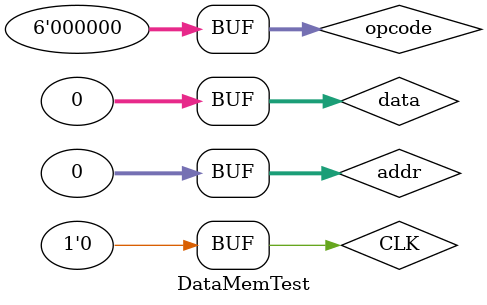
<source format=v>
`timescale 1ns / 1ps


module DataMemTest;

	// Inputs
	reg CLK;
	reg [31:0] addr;
	reg [31:0] data;
	reg [5:0] opcode;

	// Outputs
	wire [31:0] out;

	// Instantiate the Unit Under Test (UUT)
	DataMem uut (
		.CLK(CLK), 
		.addr(addr), 
		.data(data), 
		.opcode(opcode), 
		.out(out)
	);

	initial begin
		// Initialize Inputs
		CLK = 0;
		addr = 0;
		data = 0;
		opcode = 0;

		// Wait 100 ns for global reset to finish
		#100;
        
		// Add stimulus here

	end
      
endmodule


</source>
